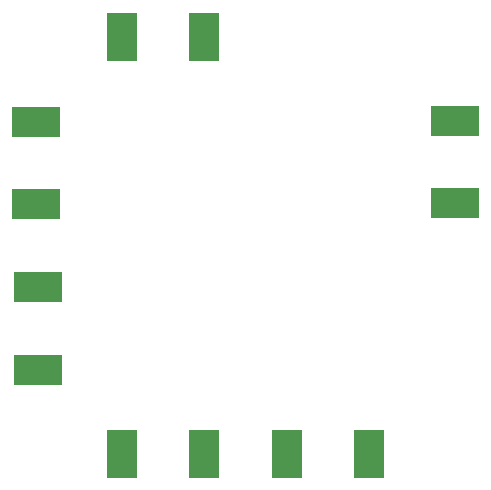
<source format=gbr>
%TF.GenerationSoftware,KiCad,Pcbnew,(6.0.7)*%
%TF.CreationDate,2022-08-24T09:40:32+01:00*%
%TF.ProjectId,Phase_Measurement_Board,50686173-655f-44d6-9561-737572656d65,rev?*%
%TF.SameCoordinates,Original*%
%TF.FileFunction,Paste,Bot*%
%TF.FilePolarity,Positive*%
%FSLAX46Y46*%
G04 Gerber Fmt 4.6, Leading zero omitted, Abs format (unit mm)*
G04 Created by KiCad (PCBNEW (6.0.7)) date 2022-08-24 09:40:32*
%MOMM*%
%LPD*%
G01*
G04 APERTURE LIST*
%ADD10R,2.665000X4.190000*%
%ADD11R,4.190000X2.665000*%
G04 APERTURE END LIST*
D10*
%TO.C,J3*%
X205507500Y-66600000D03*
X212492500Y-66600000D03*
%TD*%
%TO.C,J1*%
X205507500Y-31300000D03*
X212492500Y-31300000D03*
%TD*%
D11*
%TO.C,J6*%
X233700000Y-38407500D03*
X233700000Y-45392500D03*
%TD*%
D10*
%TO.C,J4*%
X219507500Y-66600000D03*
X226492500Y-66600000D03*
%TD*%
D11*
%TO.C,J2*%
X198300000Y-45492500D03*
X198300000Y-38507500D03*
%TD*%
%TO.C,J5*%
X198400000Y-52507500D03*
X198400000Y-59492500D03*
%TD*%
M02*

</source>
